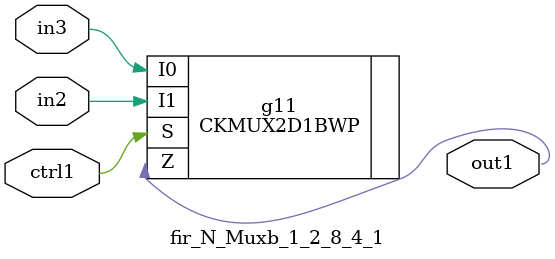
<source format=v>
`timescale 1ps / 1ps


module fir_N_Muxb_1_2_8_4_1(in3, in2, ctrl1, out1);
  input in3, in2, ctrl1;
  output out1;
  wire in3, in2, ctrl1;
  wire out1;
  CKMUX2D1BWP g11(.I0 (in3), .I1 (in2), .S (ctrl1), .Z (out1));
endmodule



</source>
